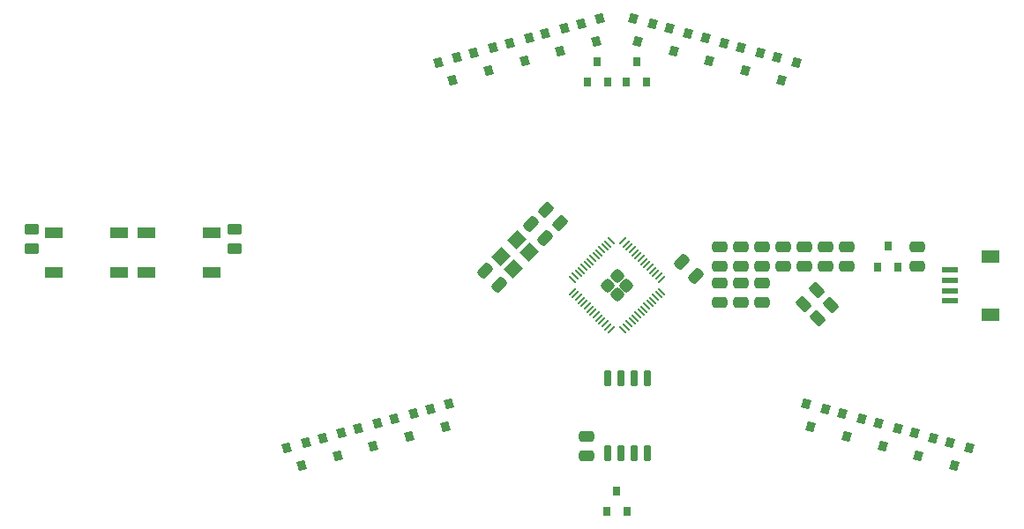
<source format=gbr>
%TF.GenerationSoftware,KiCad,Pcbnew,(7.0.0-rc1-163-g06a2e950fd)*%
%TF.CreationDate,2023-02-21T11:22:39+01:00*%
%TF.ProjectId,pcb,7063622e-6b69-4636-9164-5f7063625858,rev?*%
%TF.SameCoordinates,Original*%
%TF.FileFunction,Paste,Bot*%
%TF.FilePolarity,Positive*%
%FSLAX46Y46*%
G04 Gerber Fmt 4.6, Leading zero omitted, Abs format (unit mm)*
G04 Created by KiCad (PCBNEW (7.0.0-rc1-163-g06a2e950fd)) date 2023-02-21 11:22:39*
%MOMM*%
%LPD*%
G01*
G04 APERTURE LIST*
G04 Aperture macros list*
%AMRoundRect*
0 Rectangle with rounded corners*
0 $1 Rounding radius*
0 $2 $3 $4 $5 $6 $7 $8 $9 X,Y pos of 4 corners*
0 Add a 4 corners polygon primitive as box body*
4,1,4,$2,$3,$4,$5,$6,$7,$8,$9,$2,$3,0*
0 Add four circle primitives for the rounded corners*
1,1,$1+$1,$2,$3*
1,1,$1+$1,$4,$5*
1,1,$1+$1,$6,$7*
1,1,$1+$1,$8,$9*
0 Add four rect primitives between the rounded corners*
20,1,$1+$1,$2,$3,$4,$5,0*
20,1,$1+$1,$4,$5,$6,$7,0*
20,1,$1+$1,$6,$7,$8,$9,0*
20,1,$1+$1,$8,$9,$2,$3,0*%
%AMRotRect*
0 Rectangle, with rotation*
0 The origin of the aperture is its center*
0 $1 length*
0 $2 width*
0 $3 Rotation angle, in degrees counterclockwise*
0 Add horizontal line*
21,1,$1,$2,0,0,$3*%
G04 Aperture macros list end*
%ADD10R,1.700000X1.000000*%
%ADD11R,1.800000X1.200000*%
%ADD12R,1.550000X0.600000*%
%ADD13RotRect,0.900000X0.800000X285.000000*%
%ADD14RoundRect,0.250000X0.475000X-0.250000X0.475000X0.250000X-0.475000X0.250000X-0.475000X-0.250000X0*%
%ADD15RoundRect,0.250000X-0.512652X-0.159099X-0.159099X-0.512652X0.512652X0.159099X0.159099X0.512652X0*%
%ADD16RotRect,0.900000X0.800000X255.000000*%
%ADD17RoundRect,0.250000X-0.475000X0.250000X-0.475000X-0.250000X0.475000X-0.250000X0.475000X0.250000X0*%
%ADD18RoundRect,0.250000X-0.450000X0.262500X-0.450000X-0.262500X0.450000X-0.262500X0.450000X0.262500X0*%
%ADD19R,0.800000X0.900000*%
%ADD20RotRect,1.400000X1.200000X225.000000*%
%ADD21RoundRect,0.250000X0.000000X-0.413257X0.413257X0.000000X0.000000X0.413257X-0.413257X0.000000X0*%
%ADD22RoundRect,0.050000X-0.238649X-0.309359X0.309359X0.238649X0.238649X0.309359X-0.309359X-0.238649X0*%
%ADD23RoundRect,0.050000X0.238649X-0.309359X0.309359X-0.238649X-0.238649X0.309359X-0.309359X0.238649X0*%
%ADD24RoundRect,0.250000X-0.132583X0.503814X-0.503814X0.132583X0.132583X-0.503814X0.503814X-0.132583X0*%
%ADD25RoundRect,0.250000X0.503814X0.132583X0.132583X0.503814X-0.503814X-0.132583X-0.132583X-0.503814X0*%
%ADD26RoundRect,0.250000X0.450000X-0.262500X0.450000X0.262500X-0.450000X0.262500X-0.450000X-0.262500X0*%
%ADD27RoundRect,0.150000X-0.150000X0.650000X-0.150000X-0.650000X0.150000X-0.650000X0.150000X0.650000X0*%
%ADD28RoundRect,0.250000X0.512652X0.159099X0.159099X0.512652X-0.512652X-0.159099X-0.159099X-0.512652X0*%
G04 APERTURE END LIST*
D10*
%TO.C,SW9999*%
X-85159999Y50439999D03*
X-78859999Y50439999D03*
X-85159999Y54239999D03*
X-78859999Y54239999D03*
%TD*%
D11*
%TO.C,J3*%
X-4127247Y52009999D03*
X-4127247Y46409999D03*
D12*
X-8002247Y50709999D03*
X-8002247Y49709999D03*
X-8002247Y48709999D03*
X-8002247Y47709999D03*
%TD*%
D13*
%TO.C,D2*%
X-46863696Y73385973D03*
X-45028437Y73877729D03*
X-45428428Y71699999D03*
%TD*%
D14*
%TO.C,C5*%
X-42927248Y32830000D03*
X-42927248Y34730000D03*
%TD*%
D13*
%TO.C,D8*%
X-71703696Y33640047D03*
X-69868437Y34131803D03*
X-70268428Y31954073D03*
%TD*%
D15*
%TO.C,C10*%
X-33735185Y51434402D03*
X-32391683Y50090900D03*
%TD*%
D16*
%TO.C,D18*%
X-18336057Y36891803D03*
X-16500798Y36400047D03*
X-17936066Y34714073D03*
%TD*%
%TO.C,D15*%
X-28053687Y72027681D03*
X-26218428Y71535925D03*
X-27653696Y69849951D03*
%TD*%
D14*
%TO.C,C7*%
X-28093434Y47552651D03*
X-28093434Y49452651D03*
%TD*%
D17*
%TO.C,C11*%
X-24043434Y52942651D03*
X-24043434Y51042651D03*
%TD*%
D18*
%TO.C,R8*%
X-96170000Y54572500D03*
X-96170000Y52747500D03*
%TD*%
D16*
%TO.C,D22*%
X-21796057Y37831803D03*
X-19960798Y37340047D03*
X-21396066Y35654073D03*
%TD*%
D17*
%TO.C,C9*%
X-22013434Y52942651D03*
X-22013434Y51042651D03*
%TD*%
D19*
%TO.C,U4*%
X-13039999Y50999999D03*
X-14939999Y50999999D03*
X-13989999Y52999999D03*
%TD*%
D17*
%TO.C,C17*%
X-19980000Y52942651D03*
X-19980000Y51042651D03*
%TD*%
D16*
%TO.C,D6*%
X-34967238Y73877729D03*
X-33131979Y73385973D03*
X-34567247Y71699999D03*
%TD*%
D14*
%TO.C,C8*%
X-30123434Y47552651D03*
X-30123434Y49452651D03*
%TD*%
D20*
%TO.C,Y0*%
X-48392075Y52371731D03*
X-49947710Y50816096D03*
X-51149791Y52018177D03*
X-49594156Y53573812D03*
%TD*%
D21*
%TO.C,U3*%
X-40888809Y49210000D03*
X-39987248Y48308439D03*
X-39987248Y50111561D03*
X-39085687Y49210000D03*
D22*
X-40579450Y44940843D03*
X-40862293Y45223686D03*
X-41145135Y45506528D03*
X-41427978Y45789371D03*
X-41710821Y46072214D03*
X-41993663Y46355056D03*
X-42276506Y46637899D03*
X-42559349Y46920742D03*
X-42842192Y47203585D03*
X-43125034Y47486427D03*
X-43407877Y47769270D03*
X-43690720Y48052113D03*
X-43973562Y48334955D03*
X-44256405Y48617798D03*
D23*
X-44256405Y49802202D03*
X-43973562Y50085045D03*
X-43690720Y50367887D03*
X-43407877Y50650730D03*
X-43125034Y50933573D03*
X-42842192Y51216415D03*
X-42559349Y51499258D03*
X-42276506Y51782101D03*
X-41993663Y52064944D03*
X-41710821Y52347786D03*
X-41427978Y52630629D03*
X-41145135Y52913472D03*
X-40862293Y53196314D03*
X-40579450Y53479157D03*
D22*
X-39395046Y53479157D03*
X-39112203Y53196314D03*
X-38829361Y52913472D03*
X-38546518Y52630629D03*
X-38263675Y52347786D03*
X-37980833Y52064944D03*
X-37697990Y51782101D03*
X-37415147Y51499258D03*
X-37132304Y51216415D03*
X-36849462Y50933573D03*
X-36566619Y50650730D03*
X-36283776Y50367887D03*
X-36000934Y50085045D03*
X-35718091Y49802202D03*
D23*
X-35718091Y48617798D03*
X-36000934Y48334955D03*
X-36283776Y48052113D03*
X-36566619Y47769270D03*
X-36849462Y47486427D03*
X-37132304Y47203585D03*
X-37415147Y46920742D03*
X-37697990Y46637899D03*
X-37980833Y46355056D03*
X-38263675Y46072214D03*
X-38546518Y45789371D03*
X-38829361Y45506528D03*
X-39112203Y45223686D03*
X-39395046Y44940843D03*
%TD*%
D16*
%TO.C,D14*%
X-24607238Y71107729D03*
X-22771979Y70615973D03*
X-24207247Y68929999D03*
%TD*%
D13*
%TO.C,D9*%
X-53733696Y71535925D03*
X-51898437Y72027681D03*
X-52298428Y69849951D03*
%TD*%
D19*
%TO.C,D11*%
X-40917247Y68709999D03*
X-42817247Y68709999D03*
X-41867247Y70709999D03*
%TD*%
D24*
%TO.C,R3*%
X-19433434Y47342651D03*
X-20723904Y46052181D03*
%TD*%
D14*
%TO.C,C6*%
X-26073434Y47552651D03*
X-26073434Y49452651D03*
%TD*%
D16*
%TO.C,D23*%
X-11447247Y35029999D03*
X-9611988Y34538243D03*
X-11047256Y32852269D03*
%TD*%
D15*
%TO.C,C2*%
X-52668999Y50641751D03*
X-51325497Y49298249D03*
%TD*%
D25*
%TO.C,R5*%
X-45482013Y55214765D03*
X-46772483Y56505235D03*
%TD*%
D26*
%TO.C,R1*%
X-76720000Y52747500D03*
X-76720000Y54572500D03*
%TD*%
D24*
%TO.C,R4*%
X-20813434Y48732651D03*
X-22103904Y47442181D03*
%TD*%
D13*
%TO.C,D1*%
X-50283696Y72464169D03*
X-48448437Y72955925D03*
X-48848428Y70778195D03*
%TD*%
D16*
%TO.C,D17*%
X-14896057Y35961803D03*
X-13060798Y35470047D03*
X-14496066Y33784073D03*
%TD*%
D13*
%TO.C,D10*%
X-57173696Y70615973D03*
X-55338437Y71107729D03*
X-55738428Y68929999D03*
%TD*%
D17*
%TO.C,C13*%
X-28093434Y52942651D03*
X-28093434Y51042651D03*
%TD*%
%TO.C,C1*%
X-11180000Y52950000D03*
X-11180000Y51050000D03*
%TD*%
D16*
%TO.C,D5*%
X-38387238Y74807729D03*
X-36551979Y74315973D03*
X-37987247Y72629999D03*
%TD*%
D19*
%TO.C,D12*%
X-39039999Y27479999D03*
X-40939999Y27479999D03*
X-39989999Y29479999D03*
%TD*%
D27*
%TO.C,U2*%
X-40912248Y40330000D03*
X-39642248Y40330000D03*
X-38372248Y40330000D03*
X-37102248Y40330000D03*
X-37102248Y33130000D03*
X-38372248Y33130000D03*
X-39642248Y33130000D03*
X-40912248Y33130000D03*
%TD*%
D13*
%TO.C,D3*%
X-43433696Y74315973D03*
X-41598437Y74807729D03*
X-41998428Y72629999D03*
%TD*%
D17*
%TO.C,C12*%
X-26073434Y52942651D03*
X-26073434Y51042651D03*
%TD*%
D13*
%TO.C,D20*%
X-61352515Y36411899D03*
X-59517256Y36903655D03*
X-59917247Y34725925D03*
%TD*%
D16*
%TO.C,D16*%
X-8012506Y34101755D03*
X-6177247Y33609999D03*
X-7612515Y31924025D03*
%TD*%
D17*
%TO.C,C4*%
X-17960000Y52942651D03*
X-17960000Y51042651D03*
%TD*%
%TO.C,C14*%
X-30123434Y52942651D03*
X-30123434Y51042651D03*
%TD*%
D16*
%TO.C,D7*%
X-31518428Y72955925D03*
X-29683169Y72464169D03*
X-31118437Y70778195D03*
%TD*%
D10*
%TO.C,SW9998*%
X-94049999Y50439999D03*
X-87749999Y50439999D03*
X-94049999Y54239999D03*
X-87749999Y54239999D03*
%TD*%
D13*
%TO.C,D21*%
X-57913696Y37340047D03*
X-56078437Y37831803D03*
X-56478428Y35654073D03*
%TD*%
%TO.C,D19*%
X-64802515Y35485973D03*
X-62967256Y35977729D03*
X-63367247Y33799999D03*
%TD*%
D19*
%TO.C,D13*%
X-37157247Y68709999D03*
X-39057247Y68709999D03*
X-38107247Y70709999D03*
%TD*%
D13*
%TO.C,D4*%
X-68252506Y34558243D03*
X-66417247Y35049999D03*
X-66817238Y32872269D03*
%TD*%
D28*
%TO.C,C3*%
X-46875497Y53748249D03*
X-48218999Y55091751D03*
%TD*%
M02*

</source>
